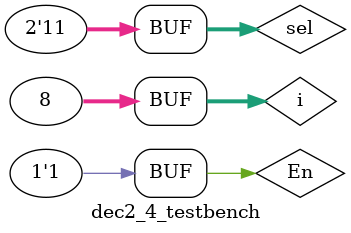
<source format=sv>


`timescale 1ns/10ps

module dec2_4 (DataOut, sel, En);
	output logic [3:0] DataOut;
	input  logic [1:0] sel;
   input  logic En;
	
	logic [1:0] v;
	
	dec1_2 dec1 (.DataOut(v), .sel(sel[1]), .En(En));
	dec1_2 dec2 (.DataOut(DataOut[1:0]), .sel(sel[0]), .En(v[0]));
	dec1_2 dec3 (.DataOut(DataOut[3:2]), .sel(sel[0]), .En(v[1]));
endmodule

module dec2_4_testbench();
  logic [3:0] DataOut;
  logic [1:0] sel;
  logic En;

  dec2_4 dut (.DataOut, .sel, .En);

  integer i;
  initial begin
    for(i=0; i<8; i++) begin
      {En, sel} = i; #10;
    end
  end
endmodule 
</source>
